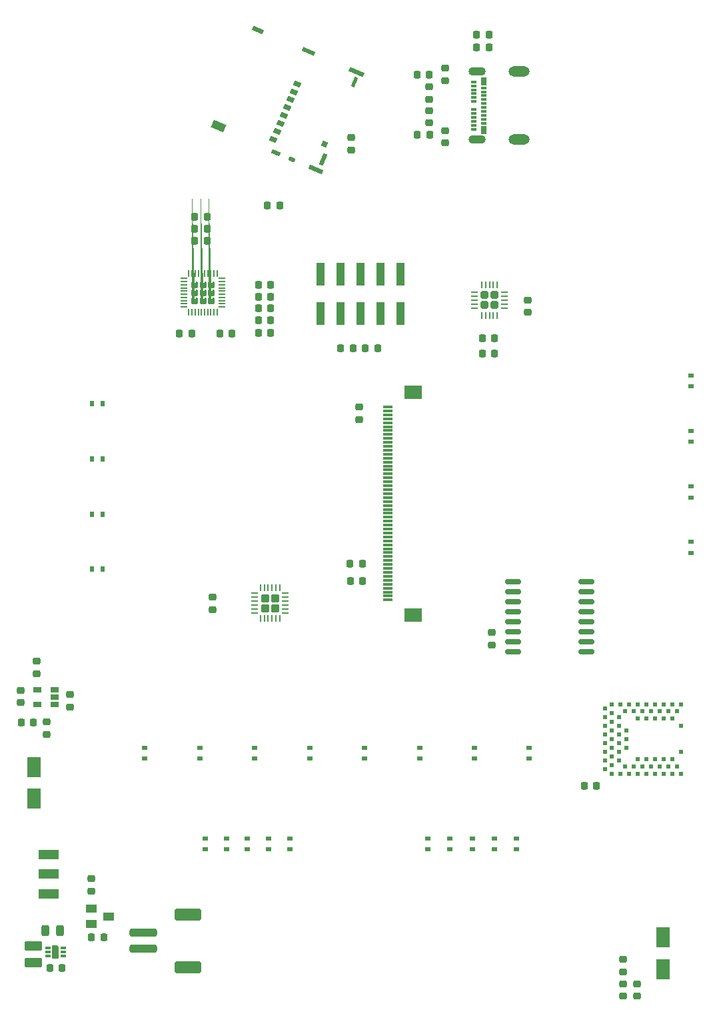
<source format=gbp>
G04 #@! TF.GenerationSoftware,KiCad,Pcbnew,(6.0.5)*
G04 #@! TF.CreationDate,2022-09-11T23:28:05-06:00*
G04 #@! TF.ProjectId,purplewizard,70757270-6c65-4776-997a-6172642e6b69,1.1*
G04 #@! TF.SameCoordinates,Original*
G04 #@! TF.FileFunction,Paste,Bot*
G04 #@! TF.FilePolarity,Positive*
%FSLAX46Y46*%
G04 Gerber Fmt 4.6, Leading zero omitted, Abs format (unit mm)*
G04 Created by KiCad (PCBNEW (6.0.5)) date 2022-09-11 23:28:05*
%MOMM*%
%LPD*%
G01*
G04 APERTURE LIST*
G04 Aperture macros list*
%AMRoundRect*
0 Rectangle with rounded corners*
0 $1 Rounding radius*
0 $2 $3 $4 $5 $6 $7 $8 $9 X,Y pos of 4 corners*
0 Add a 4 corners polygon primitive as box body*
4,1,4,$2,$3,$4,$5,$6,$7,$8,$9,$2,$3,0*
0 Add four circle primitives for the rounded corners*
1,1,$1+$1,$2,$3*
1,1,$1+$1,$4,$5*
1,1,$1+$1,$6,$7*
1,1,$1+$1,$8,$9*
0 Add four rect primitives between the rounded corners*
20,1,$1+$1,$2,$3,$4,$5,0*
20,1,$1+$1,$4,$5,$6,$7,0*
20,1,$1+$1,$6,$7,$8,$9,0*
20,1,$1+$1,$8,$9,$2,$3,0*%
%AMRotRect*
0 Rectangle, with rotation*
0 The origin of the aperture is its center*
0 $1 length*
0 $2 width*
0 $3 Rotation angle, in degrees counterclockwise*
0 Add horizontal line*
21,1,$1,$2,0,0,$3*%
%AMOutline5P*
0 Free polygon, 5 corners , with rotation*
0 The origin of the aperture is its center*
0 number of corners: always 5*
0 $1 to $10 corner X, Y*
0 $11 Rotation angle, in degrees counterclockwise*
0 create outline with 5 corners*
4,1,5,$1,$2,$3,$4,$5,$6,$7,$8,$9,$10,$1,$2,$11*%
%AMOutline6P*
0 Free polygon, 6 corners , with rotation*
0 The origin of the aperture is its center*
0 number of corners: always 6*
0 $1 to $12 corner X, Y*
0 $13 Rotation angle, in degrees counterclockwise*
0 create outline with 6 corners*
4,1,6,$1,$2,$3,$4,$5,$6,$7,$8,$9,$10,$11,$12,$1,$2,$13*%
%AMOutline7P*
0 Free polygon, 7 corners , with rotation*
0 The origin of the aperture is its center*
0 number of corners: always 7*
0 $1 to $14 corner X, Y*
0 $15 Rotation angle, in degrees counterclockwise*
0 create outline with 7 corners*
4,1,7,$1,$2,$3,$4,$5,$6,$7,$8,$9,$10,$11,$12,$13,$14,$1,$2,$15*%
%AMOutline8P*
0 Free polygon, 8 corners , with rotation*
0 The origin of the aperture is its center*
0 number of corners: always 8*
0 $1 to $16 corner X, Y*
0 $17 Rotation angle, in degrees counterclockwise*
0 create outline with 8 corners*
4,1,8,$1,$2,$3,$4,$5,$6,$7,$8,$9,$10,$11,$12,$13,$14,$15,$16,$1,$2,$17*%
%AMFreePoly0*
4,1,12,-0.150000,0.225000,-0.138582,0.282403,-0.106066,0.331066,-0.057403,0.363582,0.000000,0.375000,0.057403,0.363582,0.106066,0.331066,0.138582,0.282403,0.150000,0.225000,0.150000,-0.375000,-0.150000,-0.375000,-0.150000,0.225000,-0.150000,0.225000,$1*%
%AMFreePoly1*
4,1,57,0.255612,0.461523,0.260265,0.461852,0.262767,0.460485,0.269251,0.459545,0.295446,0.442631,0.322810,0.427681,0.427681,0.322810,0.441172,0.304743,0.444695,0.301686,0.445498,0.298950,0.449418,0.293700,0.455981,0.263215,0.464758,0.233297,0.464758,-0.233297,0.461523,-0.255612,0.461852,-0.260265,0.460485,-0.262767,0.459545,-0.269251,0.442631,-0.295446,0.427681,-0.322810,
0.322810,-0.427681,0.304743,-0.441172,0.301686,-0.444695,0.298950,-0.445498,0.293700,-0.449418,0.263215,-0.455981,0.233297,-0.464758,-0.233297,-0.464758,-0.255612,-0.461523,-0.260265,-0.461852,-0.262767,-0.460485,-0.269251,-0.459545,-0.295446,-0.442631,-0.322810,-0.427681,-0.427681,-0.322810,-0.441172,-0.304743,-0.444695,-0.301686,-0.445498,-0.298950,-0.449418,-0.293700,-0.455981,-0.263215,
-0.464758,-0.233297,-0.464758,0.233297,-0.461523,0.255612,-0.461852,0.260265,-0.460485,0.262767,-0.459545,0.269251,-0.442631,0.295446,-0.427681,0.322810,-0.322810,0.427681,-0.304743,0.441172,-0.301686,0.444695,-0.298950,0.445498,-0.293700,0.449418,-0.263215,0.455981,-0.233297,0.464758,0.233297,0.464758,0.255612,0.461523,0.255612,0.461523,$1*%
G04 Aperture macros list end*
%ADD10R,0.700000X0.300000*%
%ADD11R,0.700000X1.000000*%
%ADD12O,2.200000X1.100000*%
%ADD13O,2.700000X1.300000*%
%ADD14RoundRect,0.250000X0.850000X-0.375000X0.850000X0.375000X-0.850000X0.375000X-0.850000X-0.375000X0*%
%ADD15Outline5P,-0.850000X0.240000X-0.690000X0.400000X0.850000X0.400000X0.850000X-0.400000X-0.850000X-0.400000X270.000000*%
%ADD16FreePoly0,270.000000*%
%ADD17FreePoly0,90.000000*%
%ADD18R,0.700000X0.600000*%
%ADD19R,0.600000X0.700000*%
%ADD20RotRect,1.010000X1.700000X67.000000*%
%ADD21RotRect,0.520000X1.150000X67.000000*%
%ADD22RotRect,0.520000X0.820000X67.000000*%
%ADD23RotRect,0.570000X1.850000X67.000000*%
%ADD24RotRect,1.550000X0.550000X67.000000*%
%ADD25RotRect,0.700000X0.700000X67.000000*%
%ADD26RotRect,1.300000X0.450000X67.000000*%
%ADD27RotRect,0.570000X1.960000X67.000000*%
%ADD28RotRect,0.520000X1.650000X67.000000*%
%ADD29RotRect,0.570000X1.450000X67.000000*%
%ADD30RotRect,0.640000X0.900000X67.000000*%
%ADD31RoundRect,0.218750X-0.218750X-0.256250X0.218750X-0.256250X0.218750X0.256250X-0.218750X0.256250X0*%
%ADD32FreePoly1,0.000000*%
%ADD33RoundRect,0.062500X-0.350000X-0.062500X0.350000X-0.062500X0.350000X0.062500X-0.350000X0.062500X0*%
%ADD34RoundRect,0.062500X-0.062500X-0.350000X0.062500X-0.350000X0.062500X0.350000X-0.062500X0.350000X0*%
%ADD35R,1.300000X0.300000*%
%ADD36R,2.200000X1.800000*%
%ADD37R,1.800000X2.500000*%
%ADD38RoundRect,0.218750X-0.256250X0.218750X-0.256250X-0.218750X0.256250X-0.218750X0.256250X0.218750X0*%
%ADD39RoundRect,0.218750X0.256250X-0.218750X0.256250X0.218750X-0.256250X0.218750X-0.256250X-0.218750X0*%
%ADD40RoundRect,0.218750X0.218750X0.256250X-0.218750X0.256250X-0.218750X-0.256250X0.218750X-0.256250X0*%
%ADD41R,2.500000X1.250000*%
%ADD42RoundRect,0.243750X-0.243750X-0.456250X0.243750X-0.456250X0.243750X0.456250X-0.243750X0.456250X0*%
%ADD43R,1.060000X0.650000*%
%ADD44RoundRect,0.250000X-1.450000X0.500000X-1.450000X-0.500000X1.450000X-0.500000X1.450000X0.500000X0*%
%ADD45RoundRect,0.250000X-1.500000X0.250000X-1.500000X-0.250000X1.500000X-0.250000X1.500000X0.250000X0*%
%ADD46R,1.400000X1.000000*%
%ADD47RoundRect,0.062500X0.350000X-0.062500X0.350000X0.062500X-0.350000X0.062500X-0.350000X-0.062500X0*%
%ADD48RoundRect,0.062500X0.062500X-0.350000X0.062500X0.350000X-0.062500X0.350000X-0.062500X-0.350000X0*%
%ADD49RoundRect,0.250000X0.255000X-0.255000X0.255000X0.255000X-0.255000X0.255000X-0.255000X-0.255000X0*%
%ADD50R,0.500000X0.500000*%
%ADD51RoundRect,0.150000X-0.875000X-0.150000X0.875000X-0.150000X0.875000X0.150000X-0.875000X0.150000X0*%
%ADD52RoundRect,0.249999X-0.275001X-0.275001X0.275001X-0.275001X0.275001X0.275001X-0.275001X0.275001X0*%
%ADD53R,1.000000X3.000000*%
G04 APERTURE END LIST*
D10*
X162585600Y-44713600D03*
X162585600Y-45213600D03*
X162585600Y-45713600D03*
X162585600Y-46213600D03*
X162585600Y-46713600D03*
X162585600Y-47213600D03*
X162585600Y-48213600D03*
X162585600Y-48713600D03*
X162585600Y-49213600D03*
X162585600Y-49713600D03*
X162585600Y-50213600D03*
X162585600Y-50713600D03*
D11*
X163885600Y-50813600D03*
D10*
X163885600Y-49963600D03*
X163885600Y-49463600D03*
X163885600Y-48963600D03*
X163885600Y-48463600D03*
X163885600Y-47963600D03*
X163885600Y-47463600D03*
X163885600Y-46963600D03*
X163885600Y-46463600D03*
X163885600Y-45963600D03*
X163885600Y-45463600D03*
D11*
X163885600Y-44613600D03*
D12*
X162995600Y-43393600D03*
X162995600Y-52033600D03*
D13*
X168355600Y-43393600D03*
X168355600Y-52033600D03*
D14*
X106615600Y-156498600D03*
X106615600Y-154348600D03*
D15*
X109425600Y-155130500D03*
D16*
X108450600Y-154630500D03*
X108450600Y-155130500D03*
X108450600Y-155630500D03*
D17*
X110400600Y-155630500D03*
X110400600Y-155130500D03*
X110400600Y-154630500D03*
D18*
X156751020Y-140727200D03*
X156751020Y-142127200D03*
X168046400Y-140727200D03*
X168046400Y-142127200D03*
X162398710Y-140727200D03*
X162398710Y-142127200D03*
X165222555Y-140727200D03*
X165222555Y-142127200D03*
X159574865Y-140727200D03*
X159574865Y-142127200D03*
X128483360Y-140727200D03*
X128483360Y-142127200D03*
X139194540Y-140727200D03*
X139194540Y-142127200D03*
X133838950Y-140727200D03*
X133838950Y-142127200D03*
X136516745Y-140727200D03*
X136516745Y-142127200D03*
X131161155Y-140727200D03*
X131161155Y-142127200D03*
D19*
X115475600Y-106573600D03*
X114075600Y-106573600D03*
X115475600Y-99563600D03*
X114075600Y-99563600D03*
X115475600Y-92553600D03*
X114075600Y-92553600D03*
X115475600Y-85543600D03*
X114075600Y-85543600D03*
D18*
X169661840Y-129200680D03*
X169661840Y-130600680D03*
X162680104Y-129200680D03*
X162680104Y-130600680D03*
X155698370Y-129200680D03*
X155698370Y-130600680D03*
X148716636Y-129200680D03*
X148716636Y-130600680D03*
X141734902Y-129200680D03*
X141734902Y-130600680D03*
X134753168Y-129200680D03*
X134753168Y-130600680D03*
X127771434Y-129200680D03*
X127771434Y-130600680D03*
X120789700Y-129200680D03*
X120789700Y-130600680D03*
X190235600Y-103073600D03*
X190235600Y-104473600D03*
X190235600Y-96040266D03*
X190235600Y-97440266D03*
X190235600Y-89006933D03*
X190235600Y-90406933D03*
X190235600Y-81973600D03*
X190235600Y-83373600D03*
D20*
X130170090Y-50307692D03*
D21*
X137461413Y-53668833D03*
D22*
X139500331Y-54534303D03*
D23*
X142533958Y-55794842D03*
D24*
X143426602Y-54587661D03*
D25*
X143637747Y-52618633D03*
D26*
X147467659Y-44760409D03*
D27*
X147707405Y-43466202D03*
D28*
X141600418Y-40846781D03*
D29*
X135193141Y-38154212D03*
D30*
X137149155Y-52037110D03*
X137578959Y-51024555D03*
X138008763Y-50012000D03*
X138438567Y-48999444D03*
X138868372Y-47986889D03*
X139298176Y-46974334D03*
X139727980Y-45961778D03*
X140157784Y-44949223D03*
D31*
X146838100Y-105893600D03*
X148413100Y-105893600D03*
D32*
X127152267Y-72496933D03*
X127152267Y-71463600D03*
X127152267Y-70430267D03*
X128185600Y-72496933D03*
X128185600Y-71463600D03*
X128185600Y-70430267D03*
X129218933Y-72496933D03*
X129218933Y-71463600D03*
X129218933Y-70430267D03*
D33*
X125748100Y-73263600D03*
X125748100Y-72863600D03*
X125748100Y-72463600D03*
X125748100Y-72063600D03*
X125748100Y-71663600D03*
X125748100Y-71263600D03*
X125748100Y-70863600D03*
X125748100Y-70463600D03*
X125748100Y-70063600D03*
X125748100Y-69663600D03*
D34*
X126385600Y-69026100D03*
X126785600Y-69026100D03*
X127185600Y-69026100D03*
X127585600Y-69026100D03*
X127985600Y-69026100D03*
X128385600Y-69026100D03*
X128785600Y-69026100D03*
X129185600Y-69026100D03*
X129585600Y-69026100D03*
X129985600Y-69026100D03*
D33*
X130623100Y-69663600D03*
X130623100Y-70063600D03*
X130623100Y-70463600D03*
X130623100Y-70863600D03*
X130623100Y-71263600D03*
X130623100Y-71663600D03*
X130623100Y-72063600D03*
X130623100Y-72463600D03*
X130623100Y-72863600D03*
X130623100Y-73263600D03*
D34*
X129985600Y-73901100D03*
X129585600Y-73901100D03*
X129185600Y-73901100D03*
X128785600Y-73901100D03*
X128385600Y-73901100D03*
X127985600Y-73901100D03*
X127585600Y-73901100D03*
X127185600Y-73901100D03*
X126785600Y-73901100D03*
X126385600Y-73901100D03*
D35*
X151665600Y-110463600D03*
X151665600Y-109963600D03*
X151665600Y-109463600D03*
X151665600Y-108963600D03*
X151665600Y-108463600D03*
X151665600Y-107963600D03*
X151665600Y-107463600D03*
X151665600Y-106963600D03*
X151665600Y-106463600D03*
X151665600Y-105963600D03*
X151665600Y-105463600D03*
X151665600Y-104963600D03*
X151665600Y-104463600D03*
X151665600Y-103963600D03*
X151665600Y-103463600D03*
X151665600Y-102963600D03*
X151665600Y-102463600D03*
X151665600Y-101963600D03*
X151665600Y-101463600D03*
X151665600Y-100963600D03*
X151665600Y-100463600D03*
X151665600Y-99963600D03*
X151665600Y-99463600D03*
X151665600Y-98963600D03*
X151665600Y-98463600D03*
X151665600Y-97963600D03*
X151665600Y-97463600D03*
X151665600Y-96963600D03*
X151665600Y-96463600D03*
X151665600Y-95963600D03*
X151665600Y-95463600D03*
X151665600Y-94963600D03*
X151665600Y-94463600D03*
X151665600Y-93963600D03*
X151665600Y-93463600D03*
X151665600Y-92963600D03*
X151665600Y-92463600D03*
X151665600Y-91963600D03*
X151665600Y-91463600D03*
X151665600Y-90963600D03*
X151665600Y-90463600D03*
X151665600Y-89963600D03*
X151665600Y-89463600D03*
X151665600Y-88963600D03*
X151665600Y-88463600D03*
X151665600Y-87963600D03*
X151665600Y-87463600D03*
X151665600Y-86963600D03*
X151665600Y-86463600D03*
X151665600Y-85963600D03*
D36*
X154915600Y-84063600D03*
X154915600Y-112363600D03*
D37*
X186644280Y-153305760D03*
X186644280Y-157305760D03*
D38*
X156925600Y-49924432D03*
X156925600Y-48349432D03*
X111274860Y-124051160D03*
X111274860Y-122476160D03*
D39*
X108351320Y-125950880D03*
X108351320Y-127525880D03*
D31*
X136783100Y-70463600D03*
X135208100Y-70463600D03*
D38*
X183317600Y-160748500D03*
X183317600Y-159173500D03*
D39*
X113982500Y-145839080D03*
X113982500Y-147414080D03*
D40*
X108728100Y-157203600D03*
X110303100Y-157203600D03*
D31*
X165253100Y-79163600D03*
X163678100Y-79163600D03*
D39*
X169445600Y-72396100D03*
X169445600Y-73971100D03*
D31*
X178203100Y-134083600D03*
X176628100Y-134083600D03*
X165253100Y-77213600D03*
X163678100Y-77213600D03*
D41*
X108555600Y-142773600D03*
X108555600Y-145273600D03*
X108555600Y-147773600D03*
D38*
X156915600Y-46897766D03*
X156915600Y-45322766D03*
D39*
X164875600Y-114616100D03*
X164875600Y-116191100D03*
D31*
X164523100Y-40353600D03*
X162948100Y-40353600D03*
D40*
X135208100Y-71953600D03*
X136783100Y-71953600D03*
X135208100Y-74933600D03*
X136783100Y-74933600D03*
X127158100Y-63368600D03*
X128733100Y-63368600D03*
X127158100Y-61823600D03*
X128733100Y-61823600D03*
D31*
X136783100Y-73443600D03*
X135208100Y-73443600D03*
D38*
X105021380Y-123512680D03*
X105021380Y-121937680D03*
D42*
X110023100Y-152433600D03*
X108148100Y-152433600D03*
D39*
X129425600Y-110116100D03*
X129425600Y-111691100D03*
X181565000Y-159173500D03*
X181565000Y-160748500D03*
X147995600Y-85996100D03*
X147995600Y-87571100D03*
D40*
X155388100Y-51413600D03*
X156963100Y-51413600D03*
D39*
X158925600Y-50886100D03*
X158925600Y-52461100D03*
X158925600Y-42956100D03*
X158925600Y-44531100D03*
D43*
X107109080Y-121823440D03*
X107109080Y-123723440D03*
X109309080Y-123723440D03*
X109309080Y-122773440D03*
X109309080Y-121823440D03*
D40*
X155378100Y-43833600D03*
X156953100Y-43833600D03*
D44*
X126308440Y-157058100D03*
X126308440Y-150358100D03*
D45*
X120558440Y-154708100D03*
X120558440Y-152708100D03*
D46*
X116187400Y-150624540D03*
X113987400Y-149674540D03*
X113987400Y-151574540D03*
D39*
X146985600Y-51786100D03*
X146985600Y-53361100D03*
D40*
X113993100Y-153238600D03*
X115568100Y-153238600D03*
D47*
X166523100Y-73403600D03*
X166523100Y-72903600D03*
X166523100Y-72403600D03*
X166523100Y-71903600D03*
X166523100Y-71403600D03*
D48*
X165585600Y-70466100D03*
X165085600Y-70466100D03*
X164585600Y-70466100D03*
X164085600Y-70466100D03*
X163585600Y-70466100D03*
D47*
X162648100Y-71403600D03*
X162648100Y-71903600D03*
X162648100Y-72403600D03*
X162648100Y-72903600D03*
X162648100Y-73403600D03*
D48*
X163585600Y-74341100D03*
X164085600Y-74341100D03*
X164585600Y-74341100D03*
X165085600Y-74341100D03*
X165585600Y-74341100D03*
D49*
X163960600Y-71778600D03*
X165210600Y-71778600D03*
X163960600Y-73028600D03*
X165210600Y-73028600D03*
D38*
X107078780Y-119814440D03*
X107078780Y-118239440D03*
D40*
X148828100Y-78513600D03*
X150403100Y-78513600D03*
X135208100Y-76543600D03*
X136783100Y-76543600D03*
D50*
X179240940Y-124254900D03*
X179240940Y-131954900D03*
X179240940Y-125354900D03*
X179240940Y-126454900D03*
X179240940Y-127554900D03*
X179240940Y-128654900D03*
X179240940Y-129754900D03*
X179240940Y-130854900D03*
X181940940Y-127004900D03*
X181940940Y-128104900D03*
X181940940Y-129204900D03*
X187840940Y-125504900D03*
X183440940Y-125504900D03*
X184540940Y-125504900D03*
X185640940Y-125504900D03*
X186740940Y-125504900D03*
X183440940Y-130704900D03*
X184540940Y-130704900D03*
X185640940Y-130704900D03*
X186740940Y-130704900D03*
X187840940Y-130704900D03*
X188940940Y-129754900D03*
X188940940Y-126454900D03*
X188940940Y-123704900D03*
X188390940Y-124604900D03*
X187840940Y-123704900D03*
X187290940Y-124604900D03*
X186740940Y-123704900D03*
X186190940Y-124604900D03*
X185640940Y-123704900D03*
X185090940Y-124604900D03*
X184540940Y-123704900D03*
X183990940Y-124604900D03*
X183440940Y-123704900D03*
X182890940Y-124604900D03*
X182340940Y-123704900D03*
X181790940Y-124604900D03*
X181240940Y-123704900D03*
X180140940Y-123704900D03*
X180140940Y-124804900D03*
X181040940Y-125354900D03*
X180140940Y-125904900D03*
X181040940Y-126454900D03*
X180140940Y-127004900D03*
X181040940Y-127554900D03*
X180140940Y-128104900D03*
X181040940Y-128654900D03*
X180140940Y-129204900D03*
X181040940Y-129754900D03*
X180140940Y-130304900D03*
X181040940Y-130854900D03*
X180140940Y-131404900D03*
X180140940Y-132504900D03*
X181240940Y-132504900D03*
X181790940Y-131604900D03*
X182340940Y-132504900D03*
X182890940Y-131604900D03*
X183440940Y-132504900D03*
X183990940Y-131604900D03*
X184540940Y-132504900D03*
X185090940Y-131604900D03*
X185640940Y-132504900D03*
X186190940Y-131604900D03*
X186740940Y-132504900D03*
X187290940Y-131604900D03*
X187840940Y-132504900D03*
X188390940Y-131604900D03*
X188940940Y-132504900D03*
D31*
X126783100Y-76663600D03*
X125208100Y-76663600D03*
D39*
X181565000Y-156100100D03*
X181565000Y-157675100D03*
D31*
X147243100Y-78513600D03*
X145668100Y-78513600D03*
D51*
X176905600Y-117038600D03*
X176905600Y-115768600D03*
X176905600Y-114498600D03*
X176905600Y-113228600D03*
X176905600Y-111958600D03*
X176905600Y-110688600D03*
X176905600Y-109418600D03*
X176905600Y-108148600D03*
X167605600Y-108148600D03*
X167605600Y-109418600D03*
X167605600Y-110688600D03*
X167605600Y-111958600D03*
X167605600Y-113228600D03*
X167605600Y-114498600D03*
X167605600Y-115768600D03*
X167605600Y-117038600D03*
D40*
X105067000Y-125986540D03*
X106642000Y-125986540D03*
D34*
X135465600Y-112811100D03*
X135965600Y-112811100D03*
X136465600Y-112811100D03*
X136965600Y-112811100D03*
X137465600Y-112811100D03*
X137965600Y-112811100D03*
D33*
X138653100Y-112123600D03*
X138653100Y-111623600D03*
X138653100Y-111123600D03*
X138653100Y-110623600D03*
X138653100Y-110123600D03*
X138653100Y-109623600D03*
D34*
X137965600Y-108936100D03*
X137465600Y-108936100D03*
X136965600Y-108936100D03*
X136465600Y-108936100D03*
X135965600Y-108936100D03*
X135465600Y-108936100D03*
D33*
X134778100Y-109623600D03*
X134778100Y-110123600D03*
X134778100Y-110623600D03*
X134778100Y-111123600D03*
X134778100Y-111623600D03*
X134778100Y-112123600D03*
D52*
X137365600Y-110223600D03*
X137365600Y-111523600D03*
X136065600Y-110223600D03*
X136065600Y-111523600D03*
D31*
X164523100Y-38683600D03*
X162948100Y-38683600D03*
X128733100Y-64913600D03*
X127158100Y-64913600D03*
X131883100Y-76663600D03*
X130308100Y-76663600D03*
D37*
X106733340Y-131659880D03*
X106733340Y-135659880D03*
D31*
X146888100Y-108043600D03*
X148463100Y-108043600D03*
D53*
X153289900Y-69093600D03*
X153289900Y-74133600D03*
X150749900Y-69093600D03*
X150749900Y-74133600D03*
X148209900Y-69093600D03*
X148209900Y-74133600D03*
X145669900Y-69093600D03*
X145669900Y-74133600D03*
X143129900Y-69093600D03*
X143129900Y-74133600D03*
D31*
X136368100Y-60433600D03*
X137943100Y-60433600D03*
M02*

</source>
